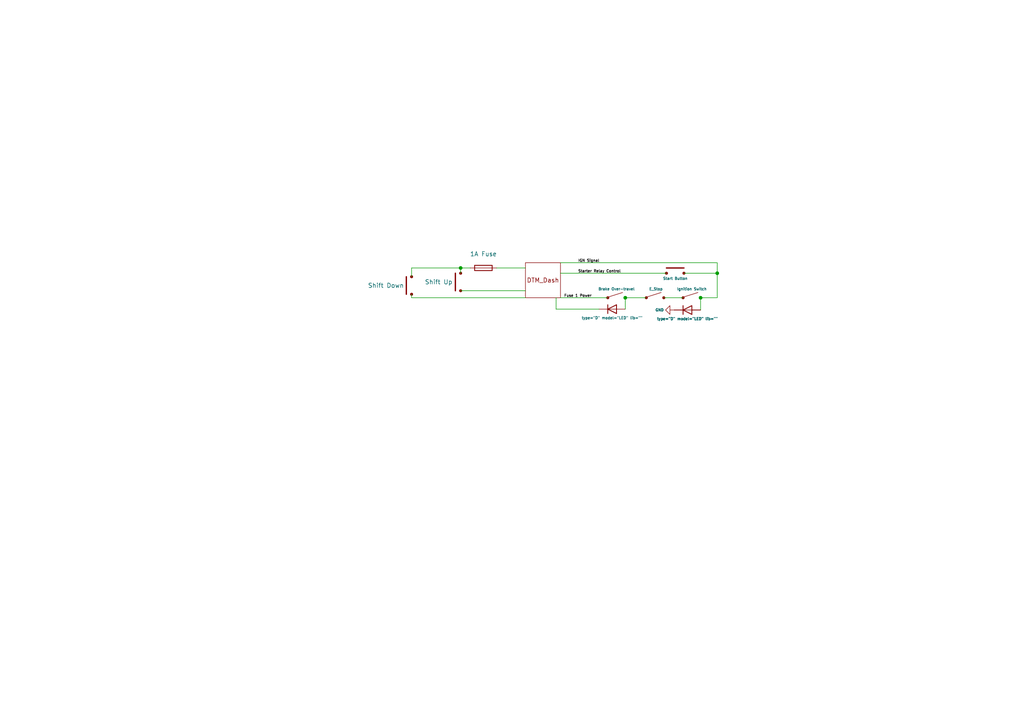
<source format=kicad_sch>
(kicad_sch (version 20211123) (generator eeschema)
  (paper "A4")
  (lib_symbols
    (symbol "Device:Fuse" (pin_numbers hide) (pin_names (offset 0))
      (property "Reference" "F" (at 2.032 0 90))
      (property "Value" "Fuse" (at -1.905 0 90))
      (symbol "Fuse_0_1"
        (rectangle (start -0.762 -2.54) (end 0.762 2.54) (stroke (width 0.254)))
        (polyline (pts (xy 0 2.54) (xy 0 -2.54)))
      )
      (symbol "Fuse_1_1"
        (pin passive line (at 0 3.81 270) (length 1.27) (name "~") (number "1"))
        (pin passive line (at 0 -3.81 90) (length 1.27) (name "~") (number "2"))
      )
    )
    (symbol "SCR23 Library:DTM_Dash"
      (property "Reference" "U" (at 0 7.112 0))
      (property "Value" "DTM_Dash" (at 0 -7.112 0))
      (symbol "DTM_Dash_0_0"
        (rectangle (start -5.08 5.08) (end 5.08 -5.08))
        (text "DTM_Dash" (at 0 0 0) (effects (font (size 1.27 1.27))))
      )
    )
    (symbol "SCR23 Library:Pushbutton_(Open)"
      (property "Reference" "U" (at 0 4.318 0))
      (property "Value" "Pushbutton_(Open)" (at 0 -4.572 0))
      (symbol "Pushbutton_(Open)_0_1"
        (circle (center -2.54 0) (radius 0.3592) (fill (type outline)))
        (polyline (pts (xy -2.54 1.524) (xy 2.54 1.524)) (stroke (width 0.381)))
        (circle (center 2.54 0) (radius 0.3592) (fill (type outline)))
      )
      (symbol "Pushbutton_(Open)_1_1"
        (pin input line (at -2.54 0 0) (length 0) (name "") (number ""))
        (pin input line (at 2.54 0 0) (length 0) (name "") (number ""))
      )
    )
    (symbol "SCR23 Library:Switch"
      (property "Reference" "U" (at 0 3.048 0))
      (property "Value" "Switch" (at 0 -2.032 0))
      (symbol "Switch_0_1"
        (circle (center -2.54 0) (radius 0.3592) (fill (type outline)))
        (polyline (pts (xy -2.286 0.254) (xy 1.778 1.524)))
        (circle (center 2.54 0) (radius 0.3592) (fill (type outline)))
      )
      (symbol "Switch_1_1"
        (pin input line (at -2.54 0 0) (length 0) (name "") (number ""))
        (pin input line (at 2.54 0 0) (length 0) (name "") (number ""))
      )
    )
    (symbol "Simulation_SPICE:DIODE" (pin_numbers hide) (pin_names (offset 1.016) hide)
      (property "Reference" "D" (at 0 2.54 0))
      (property "Value" "DIODE" (at 0 -2.54 0))
      (symbol "DIODE_0_1"
        (polyline (pts (xy 1.27 0) (xy -1.27 0)))
        (polyline (pts (xy 1.27 1.27) (xy 1.27 -1.27)) (stroke (width 0.254)))
        (polyline (pts (xy -1.27 -1.27) (xy -1.27 1.27) (xy 1.27 0) (xy -1.27 -1.27)) (stroke (width 0.254)))
      )
      (symbol "DIODE_1_1"
        (pin passive line (at -3.81 0 0) (length 2.54) (name "A") (number "1"))
        (pin passive line (at 3.81 0 180) (length 2.54) (name "K") (number "2"))
      )
    )
    (symbol "power:GND" (power) (pin_names (offset 0))
      (property "Value" "GND" (at 0 -3.81 0))
      (symbol "GND_0_1"
        (polyline (pts (xy 0 0) (xy 0 -1.27) (xy 1.27 -1.27) (xy 0 -2.54) (xy -1.27 -1.27) (xy 0 -1.27)))
      )
      (symbol "GND_1_1"
        (pin power_in line (at 0 0 270) (length 0) hide (name "GND") (number "1"))
      )
    )
  )
  (junction (at 203.2 86.36))
  (junction (at 133.604 77.724))
  (junction (at 208.026 79.248))
  (junction (at 181.356 86.36))
  (wire (pts (xy 203.2 86.36) (xy 203.2 89.916)))
  (wire (pts (xy 181.356 86.36) (xy 187.452 86.36)))
  (wire (pts (xy 144.018 77.724) (xy 152.4 77.724)))
  (wire (pts (xy 181.356 86.36) (xy 181.356 89.662)))
  (wire (pts (xy 119.38 86.36) (xy 152.4 86.36)))
  (wire (pts (xy 119.38 85.344) (xy 119.38 86.36)))
  (wire (pts (xy 119.38 77.724) (xy 119.38 80.264)))
  (wire (pts (xy 133.604 77.724) (xy 119.38 77.724)))
  (wire (pts (xy 133.604 77.724) (xy 133.604 79.248)))
  (wire (pts (xy 162.56 76.2) (xy 208.026 76.2)))
  (wire (pts (xy 161.29 86.36) (xy 161.29 89.662)))
  (wire (pts (xy 162.56 79.248) (xy 193.294 79.248)))
  (wire (pts (xy 162.56 86.36) (xy 176.276 86.36)))
  (wire (pts (xy 208.026 76.2) (xy 208.026 79.248)))
  (wire (pts (xy 208.026 79.248) (xy 208.026 86.36)))
  (wire (pts (xy 192.532 86.36) (xy 198.12 86.36)))
  (wire (pts (xy 203.2 86.36) (xy 208.026 86.36)))
  (wire (pts (xy 133.604 84.328) (xy 152.4 84.328)))
  (wire (pts (xy 161.29 89.662) (xy 173.736 89.662)))
  (wire (pts (xy 198.374 79.248) (xy 208.026 79.248)))
  (wire (pts (xy 136.398 77.724) (xy 133.604 77.724)))
  (label "Fuse 1 Power" (at 163.576 86.36 0) (effects (font (size 0.762 0.762))))
  (label "Starter Relay Control" (at 167.64 79.248 0) (effects (font (size 0.762 0.762))))
  (label "IGN Signal" (at 167.64 76.2 0) (effects (font (size 0.762 0.762))))
  (symbol (lib_id "Device:Fuse") (at 140.208 77.724 270) (unit 1)
    (property "Reference" "F?" (effects hide))
    (property "Value" "1A Fuse" (at 140.208 73.66 90))
  )
  (symbol (lib_id "SCR23 Library:DTM_Dash") (at 157.48 81.28 0) (unit 1)
    (property "Reference" "U?" (effects hide))
    (property "Value" "DTM_Dash" (effects hide))
  )
  (symbol (lib_id "SCR23 Library:Switch") (at 189.992 86.36 0) (unit 1)
    (property "Reference" "U?" (effects hide))
    (property "Value" "E_Stop" (at 190.246 83.82 0) (effects (font (size 0.762 0.762))))
  )
  (symbol (lib_id "Simulation_SPICE:DIODE") (at 199.39 89.916 0) (mirror y) (unit 1)
    (property "Reference" "D?" (effects hide))
    (property "Value" "LED" (at 199.39 92.456 0) (effects (font (size 0.762 0.762))))
    (property "Spice_Netlist_Enabled" "Y" (effects hide))
    (property "Spice_Primitive" "D" (effects hide))
  )
  (symbol (lib_id "Simulation_SPICE:DIODE") (at 177.546 89.662 0) (mirror y) (unit 1)
    (property "Reference" "D?" (effects hide))
    (property "Value" "LED" (at 177.546 92.202 0) (effects (font (size 0.762 0.762))))
    (property "Spice_Netlist_Enabled" "Y" (effects hide))
    (property "Spice_Primitive" "D" (effects hide))
  )
  (symbol (lib_id "SCR23 Library:Pushbutton_(Open)") (at 133.604 81.788 90) (unit 1)
    (property "Reference" "U?" (effects hide))
    (property "Value" "Shift Up" (at 123.19 81.788 90) (effects (justify right)))
  )
  (symbol (lib_id "SCR23 Library:Switch") (at 200.66 86.36 0) (unit 1)
    (property "Reference" "U?" (effects hide))
    (property "Value" "Ignition Switch" (at 200.66 83.82 0) (effects (font (size 0.762 0.762))))
  )
  (symbol (lib_id "SCR23 Library:Pushbutton_(Open)") (at 119.38 82.804 90) (unit 1)
    (property "Reference" "U?" (effects hide))
    (property "Value" "Shift Down" (at 106.68 82.804 90) (effects (justify right)))
  )
  (symbol (lib_id "SCR23 Library:Pushbutton_(Open)") (at 195.834 79.248 0) (unit 1)
    (property "Reference" "U?" (effects hide))
    (property "Value" "Start Button" (at 192.278 80.772 0) (effects (font (size 0.762 0.762)) (justify left)))
  )
  (symbol (lib_id "SCR23 Library:Switch") (at 178.816 86.36 0) (unit 1)
    (property "Reference" "U?" (effects hide))
    (property "Value" "Brake Over-travel" (at 178.816 83.82 0) (effects (font (size 0.762 0.762))))
  )
  (symbol (lib_id "power:GND") (at 195.58 89.916 270) (unit 1)
    (property "Reference" "#PWR?" (effects hide))
    (property "Value" "GND" (at 192.532 89.916 90) (effects (font (size 0.762 0.762)) (justify right)))
  )
)
</source>
